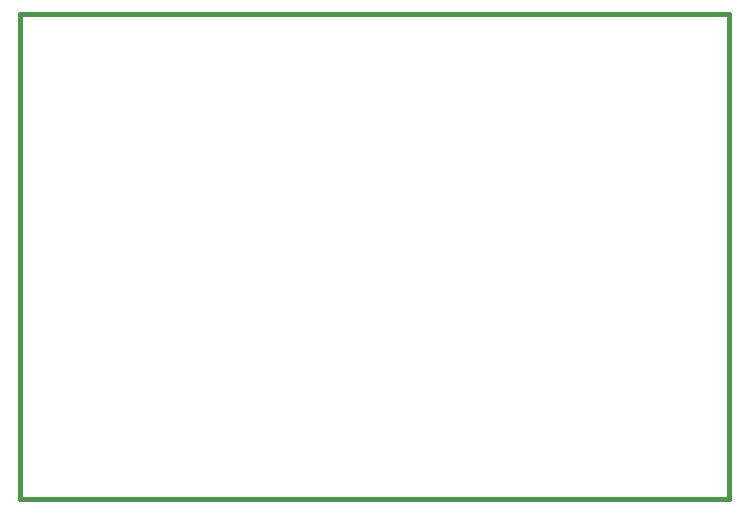
<source format=gbr>
G04 (created by PCBNEW (2013-mar-13)-testing) date Sun 19 May 2013 06:27:47 PM ART*
%MOIN*%
G04 Gerber Fmt 3.4, Leading zero omitted, Abs format*
%FSLAX34Y34*%
G01*
G70*
G90*
G04 APERTURE LIST*
%ADD10C,0.005906*%
%ADD11C,0.015000*%
G04 APERTURE END LIST*
G54D10*
G54D11*
X53937Y-30709D02*
X54331Y-30709D01*
X53937Y-14567D02*
X53937Y-30709D01*
X77559Y-14567D02*
X53937Y-14567D01*
X77559Y-30709D02*
X77559Y-14567D01*
X54331Y-30709D02*
X77559Y-30709D01*
M02*

</source>
